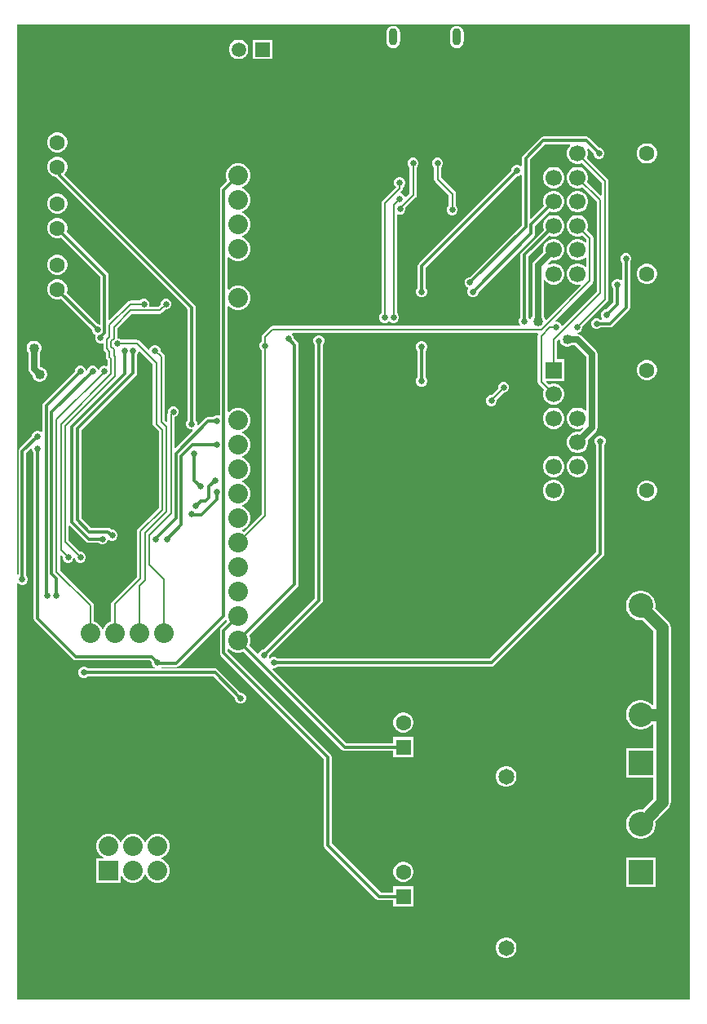
<source format=gbr>
G04*
G04 #@! TF.GenerationSoftware,Altium Limited,Altium Designer,23.2.1 (34)*
G04*
G04 Layer_Physical_Order=2*
G04 Layer_Color=16711680*
%FSLAX44Y44*%
%MOMM*%
G71*
G04*
G04 #@! TF.SameCoordinates,EBB66B4E-3AAD-41E4-A5C9-C65D96049EEA*
G04*
G04*
G04 #@! TF.FilePolarity,Positive*
G04*
G01*
G75*
%ADD41C,0.5842*%
%ADD52C,1.7000*%
%ADD56C,1.6000*%
%ADD63C,0.3048*%
%ADD64C,0.2032*%
%ADD65C,0.6350*%
%ADD66C,0.1524*%
%ADD68C,1.2700*%
%ADD69R,1.7000X1.7000*%
%ADD70C,2.0320*%
%ADD71R,2.0320X2.0320*%
%ADD72O,0.9000X1.8000*%
%ADD73C,1.6000*%
%ADD74R,1.6000X1.6000*%
%ADD75C,1.6500*%
%ADD76R,2.5400X2.5400*%
%ADD77C,2.5400*%
%ADD78R,1.5000X1.5000*%
%ADD79C,1.5000*%
%ADD80C,5.0800*%
%ADD81C,0.6350*%
%ADD82C,1.0160*%
G36*
X772661Y2039D02*
X73660D01*
Y433987D01*
X74930Y434513D01*
X76138Y433305D01*
X78238Y432435D01*
X80512D01*
X82612Y433305D01*
X84220Y434913D01*
X85090Y437013D01*
Y439287D01*
X84220Y441387D01*
X83519Y442089D01*
Y569149D01*
X88362Y573992D01*
X89535Y573506D01*
Y572903D01*
X90405Y570803D01*
X91106Y570101D01*
Y397510D01*
X91422Y395924D01*
X92320Y394580D01*
X131690Y355210D01*
X133034Y354312D01*
X134620Y353996D01*
X211644D01*
X213995Y351645D01*
Y350653D01*
X214865Y348553D01*
X216473Y346945D01*
X216848Y346790D01*
X216595Y345520D01*
X147703D01*
X146747Y346475D01*
X144647Y347345D01*
X142373D01*
X140273Y346475D01*
X138665Y344867D01*
X137795Y342767D01*
Y340493D01*
X138665Y338393D01*
X140273Y336785D01*
X142373Y335915D01*
X144647D01*
X146747Y336785D01*
X147195Y337232D01*
X277938D01*
X300355Y314815D01*
Y313823D01*
X301225Y311723D01*
X302833Y310115D01*
X304933Y309245D01*
X307207D01*
X309307Y310115D01*
X310915Y311723D01*
X311785Y313823D01*
Y316097D01*
X310915Y318197D01*
X309307Y319805D01*
X307207Y320675D01*
X306215D01*
X282584Y344306D01*
X281240Y345204D01*
X279654Y345520D01*
X224176D01*
X223617Y346790D01*
X223822Y347015D01*
X239398D01*
X240984Y347330D01*
X242328Y348228D01*
X290280Y396180D01*
X291507Y395852D01*
X291695Y395148D01*
X292088Y394468D01*
X285614Y387994D01*
X284716Y386650D01*
X284400Y385064D01*
Y361696D01*
X284716Y360110D01*
X285614Y358766D01*
X392096Y252284D01*
Y162560D01*
X392412Y160974D01*
X393310Y159630D01*
X446650Y106290D01*
X447994Y105392D01*
X449580Y105076D01*
X464440D01*
Y98680D01*
X485520D01*
Y119760D01*
X464440D01*
Y113364D01*
X451296D01*
X400384Y164276D01*
Y254000D01*
X400384Y254000D01*
X400068Y255586D01*
X399170Y256930D01*
X292688Y363412D01*
Y365736D01*
X293958Y366262D01*
X295732Y364487D01*
X298628Y362816D01*
X301858Y361950D01*
X305202D01*
X308432Y362816D01*
X309112Y363208D01*
X411090Y261230D01*
X412434Y260332D01*
X414020Y260016D01*
X464440D01*
Y253620D01*
X485520D01*
Y274700D01*
X464440D01*
Y268304D01*
X415736D01*
X339235Y344805D01*
X339761Y346075D01*
X341497D01*
X343597Y346945D01*
X344299Y347646D01*
X566420D01*
X568006Y347962D01*
X569350Y348860D01*
X682380Y461890D01*
X683278Y463234D01*
X683594Y464820D01*
Y577721D01*
X684295Y578423D01*
X685165Y580523D01*
Y582797D01*
X684295Y584897D01*
X682687Y586505D01*
X680587Y587375D01*
X678313D01*
X676213Y586505D01*
X674605Y584897D01*
X673735Y582797D01*
Y580523D01*
X674605Y578423D01*
X675306Y577721D01*
Y466536D01*
X564704Y355934D01*
X344299D01*
X343597Y356635D01*
X341497Y357505D01*
X339223D01*
X337123Y356635D01*
X336249Y355761D01*
X335173Y356481D01*
X335915Y358273D01*
Y359265D01*
X390280Y413630D01*
X391178Y414974D01*
X391494Y416560D01*
X391494Y416560D01*
Y681861D01*
X392195Y682563D01*
X393065Y684663D01*
Y686937D01*
X392195Y689037D01*
X390587Y690645D01*
X388487Y691515D01*
X386213D01*
X384113Y690645D01*
X382505Y689037D01*
X381635Y686937D01*
Y684663D01*
X382505Y682563D01*
X383206Y681861D01*
Y418276D01*
X330055Y365125D01*
X329063D01*
X326963Y364255D01*
X325355Y362647D01*
X324721Y361115D01*
X323312Y360728D01*
X314972Y369068D01*
X315364Y369748D01*
X316230Y372978D01*
Y376322D01*
X315364Y379552D01*
X314972Y380232D01*
X364880Y430140D01*
X365778Y431484D01*
X366094Y433070D01*
Y681579D01*
X365778Y683165D01*
X364880Y684509D01*
X361315Y688074D01*
Y689477D01*
X360445Y691577D01*
X359434Y692588D01*
X359960Y693858D01*
X614296D01*
X614975Y692588D01*
X614742Y692241D01*
X614466Y690853D01*
X614466Y690853D01*
Y643138D01*
X614466Y643138D01*
X614742Y641750D01*
X615528Y640574D01*
X620951Y635151D01*
X620622Y634581D01*
X619870Y631773D01*
Y628867D01*
X620622Y626059D01*
X622076Y623541D01*
X624131Y621486D01*
X626649Y620032D01*
X629457Y619280D01*
X632363D01*
X635171Y620032D01*
X637689Y621486D01*
X639744Y623541D01*
X641198Y626059D01*
X641950Y628867D01*
Y631773D01*
X641198Y634581D01*
X639744Y637099D01*
X637689Y639154D01*
X635171Y640608D01*
X632363Y641360D01*
X629457D01*
X626649Y640608D01*
X626079Y640279D01*
X623251Y643107D01*
X623737Y644280D01*
X641950D01*
Y666360D01*
X634536D01*
Y685288D01*
X636270Y687022D01*
X637540Y686496D01*
Y686067D01*
X638059Y684129D01*
X639062Y682391D01*
X640481Y680973D01*
X642219Y679969D01*
X644157Y679450D01*
X646163D01*
X648101Y679969D01*
X649839Y680973D01*
X650109Y681243D01*
X652906D01*
X665060Y669089D01*
Y613579D01*
X663790Y613053D01*
X662689Y614154D01*
X660171Y615608D01*
X657363Y616360D01*
X654457D01*
X651649Y615608D01*
X649131Y614154D01*
X647076Y612099D01*
X645622Y609581D01*
X644870Y606773D01*
Y603867D01*
X645622Y601059D01*
X647076Y598541D01*
X649131Y596486D01*
X651649Y595032D01*
X654457Y594280D01*
X657363D01*
X660171Y595032D01*
X661152Y595598D01*
X661932Y594582D01*
X658425Y591076D01*
X657363Y591360D01*
X654457D01*
X651649Y590608D01*
X649131Y589154D01*
X647076Y587099D01*
X645622Y584581D01*
X644870Y581773D01*
Y578867D01*
X645622Y576059D01*
X647076Y573541D01*
X649131Y571486D01*
X651649Y570032D01*
X654457Y569280D01*
X657363D01*
X660171Y570032D01*
X662689Y571486D01*
X664744Y573541D01*
X666198Y576059D01*
X666950Y578867D01*
Y581773D01*
X666665Y582835D01*
X675007Y591177D01*
X676270Y593067D01*
X676714Y595297D01*
Y671503D01*
X676270Y673733D01*
X675007Y675623D01*
X659440Y691190D01*
X657550Y692453D01*
X655883Y692785D01*
X656008Y694055D01*
X656457D01*
X658557Y694925D01*
X660165Y696533D01*
X661035Y698633D01*
Y700358D01*
X687094Y726416D01*
X687094Y726416D01*
X687880Y727592D01*
X688156Y728980D01*
X688156Y728980D01*
Y851490D01*
X687880Y852878D01*
X687094Y854054D01*
X687094Y854054D01*
X665869Y875279D01*
X666198Y875849D01*
X666950Y878657D01*
Y881563D01*
X666198Y884371D01*
X666109Y884525D01*
X667125Y885305D01*
X672465Y879965D01*
Y878973D01*
X673335Y876873D01*
X674943Y875265D01*
X677043Y874395D01*
X679317D01*
X681417Y875265D01*
X683025Y876873D01*
X683895Y878973D01*
Y881247D01*
X683025Y883347D01*
X681417Y884955D01*
X679317Y885825D01*
X678325D01*
X667784Y896366D01*
X666440Y897264D01*
X664854Y897580D01*
X620411D01*
X618825Y897264D01*
X617481Y896366D01*
X599050Y877935D01*
X598152Y876591D01*
X597836Y875005D01*
Y867325D01*
X596663Y866839D01*
X596327Y867175D01*
X594227Y868045D01*
X591953D01*
X589853Y867175D01*
X588245Y865567D01*
X587375Y863467D01*
Y862475D01*
X491100Y766200D01*
X490202Y764856D01*
X489886Y763270D01*
Y740539D01*
X489185Y739837D01*
X488315Y737737D01*
Y735463D01*
X489185Y733363D01*
X490793Y731755D01*
X492893Y730885D01*
X495167D01*
X497267Y731755D01*
X498875Y733363D01*
X499745Y735463D01*
Y737737D01*
X498875Y739837D01*
X498174Y740539D01*
Y761554D01*
X593235Y856615D01*
X594227D01*
X596327Y857485D01*
X596663Y857821D01*
X597836Y857335D01*
Y805626D01*
X544050Y751840D01*
X543058D01*
X540958Y750970D01*
X539350Y749362D01*
X538480Y747262D01*
Y744988D01*
X539350Y742888D01*
X540958Y741280D01*
X541816Y740925D01*
X542525Y739837D01*
X542357Y739431D01*
X541655Y737737D01*
Y735463D01*
X542525Y733363D01*
X544133Y731755D01*
X546233Y730885D01*
X548507D01*
X550607Y731755D01*
X552215Y733363D01*
X553085Y735463D01*
Y736455D01*
X610498Y793868D01*
X611396Y795212D01*
X611712Y796798D01*
Y805052D01*
X626543Y819883D01*
X626649Y819822D01*
X629457Y819070D01*
X632363D01*
X635171Y819822D01*
X637689Y821276D01*
X639744Y823331D01*
X641198Y825849D01*
X641950Y828657D01*
Y831563D01*
X641198Y834371D01*
X639744Y836889D01*
X637689Y838944D01*
X635171Y840398D01*
X632363Y841150D01*
X629457D01*
X626649Y840398D01*
X624131Y838944D01*
X622076Y836889D01*
X620622Y834371D01*
X619870Y831563D01*
Y828657D01*
X620622Y825849D01*
X620683Y825743D01*
X607297Y812357D01*
X606124Y812843D01*
Y873289D01*
X622127Y889292D01*
X647683D01*
X648209Y888022D01*
X647076Y886889D01*
X645622Y884371D01*
X644870Y881563D01*
Y878657D01*
X645622Y875849D01*
X647076Y873331D01*
X649131Y871276D01*
X651649Y869822D01*
X654457Y869070D01*
X657363D01*
X660171Y869822D01*
X660741Y870151D01*
X680904Y849988D01*
Y836902D01*
X679731Y836416D01*
X665869Y850279D01*
X666198Y850849D01*
X666950Y853657D01*
Y856563D01*
X666198Y859371D01*
X664744Y861889D01*
X662689Y863944D01*
X660171Y865398D01*
X657363Y866150D01*
X654457D01*
X651649Y865398D01*
X649131Y863944D01*
X647076Y861889D01*
X645622Y859371D01*
X644870Y856563D01*
Y853657D01*
X645622Y850849D01*
X647076Y848331D01*
X649131Y846276D01*
X651649Y844822D01*
X654457Y844070D01*
X657363D01*
X660171Y844822D01*
X660741Y845151D01*
X675824Y830068D01*
Y736832D01*
X640550Y701558D01*
X639052Y701856D01*
X638575Y703007D01*
X636967Y704615D01*
X634867Y705485D01*
X633182D01*
X632656Y706755D01*
X671292Y745391D01*
X671292Y745391D01*
X672078Y746567D01*
X672354Y747955D01*
X672354Y747955D01*
Y792292D01*
X672354Y792292D01*
X672078Y793680D01*
X671292Y794856D01*
X671292Y794856D01*
X665869Y800279D01*
X666198Y800849D01*
X666950Y803657D01*
Y806563D01*
X666198Y809371D01*
X664744Y811889D01*
X662689Y813944D01*
X660171Y815398D01*
X657363Y816150D01*
X654457D01*
X651649Y815398D01*
X649131Y813944D01*
X647076Y811889D01*
X645622Y809371D01*
X644870Y806563D01*
Y803657D01*
X645622Y800849D01*
X647076Y798331D01*
X649131Y796276D01*
X651649Y794822D01*
X654457Y794070D01*
X657363D01*
X660171Y794822D01*
X660741Y795151D01*
X665102Y790790D01*
Y788327D01*
X663832Y787801D01*
X662689Y788944D01*
X660171Y790398D01*
X657363Y791150D01*
X654457D01*
X651649Y790398D01*
X649131Y788944D01*
X647076Y786889D01*
X645622Y784371D01*
X644870Y781563D01*
Y778657D01*
X645622Y775849D01*
X647076Y773331D01*
X649131Y771276D01*
X651649Y769822D01*
X654457Y769070D01*
X657363D01*
X660171Y769822D01*
X662689Y771276D01*
X663832Y772419D01*
X665102Y771893D01*
Y763327D01*
X663832Y762801D01*
X662689Y763944D01*
X660171Y765398D01*
X657363Y766150D01*
X654457D01*
X651649Y765398D01*
X649131Y763944D01*
X647076Y761889D01*
X645622Y759371D01*
X644870Y756563D01*
Y753657D01*
X645622Y750849D01*
X647076Y748331D01*
X649131Y746276D01*
X651649Y744822D01*
X654457Y744070D01*
X657363D01*
X658123Y744274D01*
X658781Y743135D01*
X623436Y707790D01*
X622020Y708170D01*
X621781Y709061D01*
X620778Y710799D01*
X620507Y711069D01*
Y748509D01*
X621777Y748849D01*
X622076Y748331D01*
X624131Y746276D01*
X626649Y744822D01*
X629457Y744070D01*
X632363D01*
X635171Y744822D01*
X637689Y746276D01*
X639744Y748331D01*
X641198Y750849D01*
X641950Y753657D01*
Y756563D01*
X641198Y759371D01*
X639744Y761889D01*
X637689Y763944D01*
X635171Y765398D01*
X632363Y766150D01*
X629457D01*
X626649Y765398D01*
X625668Y764831D01*
X624888Y765848D01*
X628395Y769354D01*
X629457Y769070D01*
X632363D01*
X635171Y769822D01*
X637689Y771276D01*
X639744Y773331D01*
X641198Y775849D01*
X641950Y778657D01*
Y781563D01*
X641198Y784371D01*
X639744Y786889D01*
X637689Y788944D01*
X635171Y790398D01*
X632363Y791150D01*
X629457D01*
X626649Y790398D01*
X624131Y788944D01*
X622076Y786889D01*
X620622Y784371D01*
X619870Y781563D01*
Y778657D01*
X620154Y777595D01*
X610560Y768000D01*
X609297Y766110D01*
X608853Y763880D01*
Y711069D01*
X608582Y710799D01*
X607579Y709061D01*
X607372Y708289D01*
X606034Y708201D01*
X605555Y709357D01*
X604854Y710059D01*
Y773194D01*
X626543Y794883D01*
X626649Y794822D01*
X629457Y794070D01*
X632363D01*
X635171Y794822D01*
X637689Y796276D01*
X639744Y798331D01*
X641198Y800849D01*
X641950Y803657D01*
Y806563D01*
X641198Y809371D01*
X639744Y811889D01*
X637689Y813944D01*
X635171Y815398D01*
X632363Y816150D01*
X629457D01*
X626649Y815398D01*
X624131Y813944D01*
X622076Y811889D01*
X620622Y809371D01*
X619870Y806563D01*
Y803657D01*
X620622Y800849D01*
X620683Y800743D01*
X597780Y777840D01*
X596882Y776496D01*
X596566Y774910D01*
Y710059D01*
X595865Y709357D01*
X594995Y707257D01*
Y704983D01*
X595865Y702883D01*
X596368Y702380D01*
X595842Y701110D01*
X339344D01*
X339344Y701110D01*
X337957Y700834D01*
X336780Y700048D01*
X336780Y700048D01*
X328906Y692174D01*
X328120Y690997D01*
X327844Y689610D01*
X327844Y689610D01*
Y685177D01*
X326625Y683957D01*
X325755Y681857D01*
Y679583D01*
X326625Y677483D01*
X327844Y676263D01*
Y505692D01*
X309576Y487424D01*
X308432Y488084D01*
X307572Y488315D01*
Y489585D01*
X308432Y489815D01*
X311328Y491488D01*
X313692Y493852D01*
X315364Y496748D01*
X316230Y499978D01*
Y503322D01*
X315364Y506552D01*
X313692Y509448D01*
X311328Y511813D01*
X308432Y513484D01*
X307572Y513715D01*
Y514985D01*
X308432Y515215D01*
X311328Y516888D01*
X313692Y519252D01*
X315364Y522148D01*
X316230Y525378D01*
Y528722D01*
X315364Y531952D01*
X313692Y534848D01*
X311328Y537212D01*
X308432Y538885D01*
X307572Y539115D01*
Y540385D01*
X308432Y540616D01*
X311328Y542287D01*
X313692Y544652D01*
X315364Y547548D01*
X316230Y550778D01*
Y554122D01*
X315364Y557352D01*
X313692Y560248D01*
X311328Y562612D01*
X308432Y564285D01*
X307572Y564515D01*
Y565785D01*
X308432Y566016D01*
X311328Y567687D01*
X313692Y570052D01*
X315364Y572948D01*
X316230Y576178D01*
Y579522D01*
X315364Y582752D01*
X313692Y585648D01*
X311328Y588013D01*
X308432Y589684D01*
X307572Y589915D01*
Y591185D01*
X308432Y591415D01*
X311328Y593088D01*
X313692Y595452D01*
X315364Y598348D01*
X316230Y601578D01*
Y604922D01*
X315364Y608152D01*
X313692Y611048D01*
X311328Y613413D01*
X308432Y615084D01*
X305202Y615950D01*
X301858D01*
X298628Y615084D01*
X295732Y613413D01*
X293958Y611638D01*
X292688Y612164D01*
Y721336D01*
X293958Y721862D01*
X295732Y720088D01*
X298628Y718416D01*
X301858Y717550D01*
X305202D01*
X308432Y718416D01*
X311328Y720088D01*
X313692Y722452D01*
X315364Y725348D01*
X316230Y728578D01*
Y731922D01*
X315364Y735152D01*
X313692Y738048D01*
X311328Y740413D01*
X308432Y742085D01*
X305202Y742950D01*
X301858D01*
X298628Y742085D01*
X295732Y740413D01*
X293958Y738638D01*
X292688Y739164D01*
Y772136D01*
X293958Y772662D01*
X295732Y770888D01*
X298628Y769215D01*
X301858Y768350D01*
X305202D01*
X308432Y769215D01*
X311328Y770888D01*
X313692Y773252D01*
X315364Y776148D01*
X316230Y779378D01*
Y782722D01*
X315364Y785952D01*
X313692Y788848D01*
X311328Y791212D01*
X308432Y792885D01*
X307572Y793115D01*
Y794385D01*
X308432Y794615D01*
X311328Y796288D01*
X313692Y798652D01*
X315364Y801548D01*
X316230Y804778D01*
Y808122D01*
X315364Y811352D01*
X313692Y814248D01*
X311328Y816612D01*
X308432Y818285D01*
X307572Y818515D01*
Y819785D01*
X308432Y820015D01*
X311328Y821687D01*
X313692Y824052D01*
X315364Y826948D01*
X316230Y830178D01*
Y833522D01*
X315364Y836752D01*
X313692Y839648D01*
X311328Y842012D01*
X308432Y843684D01*
X307572Y843915D01*
Y845185D01*
X308432Y845415D01*
X311328Y847087D01*
X313692Y849452D01*
X315364Y852348D01*
X316230Y855578D01*
Y858922D01*
X315364Y862152D01*
X313692Y865048D01*
X311328Y867412D01*
X308432Y869084D01*
X305202Y869950D01*
X301858D01*
X298628Y869084D01*
X295732Y867412D01*
X293368Y865048D01*
X291695Y862152D01*
X290830Y858922D01*
Y855578D01*
X291695Y852348D01*
X292088Y851668D01*
X285614Y845194D01*
X284716Y843850D01*
X284400Y842264D01*
Y608732D01*
X283344Y608027D01*
X282442Y608401D01*
X280168D01*
X278068Y607531D01*
X276915Y606378D01*
X272034D01*
X270448Y606062D01*
X269104Y605164D01*
X262255Y598315D01*
X260985Y598841D01*
Y600577D01*
X260115Y602677D01*
X259414Y603379D01*
Y720090D01*
X259098Y721676D01*
X258200Y723020D01*
X122778Y858442D01*
X124004Y859668D01*
X125392Y862072D01*
X126110Y864752D01*
Y867528D01*
X125392Y870208D01*
X124004Y872612D01*
X122042Y874574D01*
X119638Y875962D01*
X116958Y876680D01*
X114182D01*
X111502Y875962D01*
X109098Y874574D01*
X107136Y872612D01*
X105748Y870208D01*
X105030Y867528D01*
Y864752D01*
X105748Y862072D01*
X107136Y859668D01*
X109098Y857706D01*
X111502Y856318D01*
X114182Y855600D01*
X114304D01*
X115118Y854382D01*
X251126Y718374D01*
Y603379D01*
X250425Y602677D01*
X249555Y600577D01*
Y598303D01*
X250425Y596203D01*
X252033Y594595D01*
X254133Y593725D01*
X255869D01*
X256395Y592455D01*
X238479Y574539D01*
X237306Y575025D01*
Y606425D01*
X237357D01*
X239457Y607295D01*
X241065Y608903D01*
X241935Y611003D01*
Y613277D01*
X241065Y615377D01*
X239457Y616985D01*
X237357Y617855D01*
X235083D01*
X232983Y616985D01*
X231375Y615377D01*
X230505Y613277D01*
Y611075D01*
X230330Y610813D01*
X230054Y609426D01*
X230054Y609426D01*
Y602233D01*
X228881Y601746D01*
X227146Y603482D01*
Y669290D01*
X226870Y670677D01*
X226084Y671854D01*
X226084Y671854D01*
X222885Y675052D01*
Y676777D01*
X222015Y678877D01*
X220407Y680485D01*
X218307Y681355D01*
X216033D01*
X213933Y680485D01*
X212325Y678877D01*
X211455Y676777D01*
Y676712D01*
X210282Y676226D01*
X200684Y685824D01*
X199508Y686610D01*
X198120Y686886D01*
X198120Y686886D01*
X182257D01*
X181672Y687470D01*
X179572Y688340D01*
X177997D01*
Y698533D01*
X193007Y713543D01*
X221869D01*
X221869Y713543D01*
X223256Y713819D01*
X224433Y714605D01*
X228013Y718185D01*
X229737D01*
X231837Y719055D01*
X233445Y720663D01*
X234315Y722763D01*
Y725037D01*
X233445Y727137D01*
X231837Y728745D01*
X229737Y729615D01*
X227463D01*
X225363Y728745D01*
X223755Y727137D01*
X222885Y725037D01*
Y723313D01*
X220367Y720795D01*
X211783D01*
X211077Y721851D01*
X211455Y722763D01*
Y725037D01*
X210585Y727137D01*
X208977Y728745D01*
X206877Y729615D01*
X204603D01*
X202503Y728745D01*
X201283Y727526D01*
X191770D01*
X191770Y727526D01*
X190382Y727250D01*
X189206Y726464D01*
X189206Y726464D01*
X170036Y707293D01*
X168863Y707779D01*
Y753491D01*
X168547Y755077D01*
X167649Y756421D01*
X125414Y798656D01*
X126110Y801252D01*
Y804028D01*
X125392Y806708D01*
X124004Y809112D01*
X122042Y811074D01*
X119638Y812462D01*
X116958Y813180D01*
X114182D01*
X111502Y812462D01*
X109098Y811074D01*
X107136Y809112D01*
X105748Y806708D01*
X105030Y804028D01*
Y801252D01*
X105748Y798572D01*
X107136Y796168D01*
X109098Y794206D01*
X111502Y792818D01*
X114182Y792100D01*
X116958D01*
X119554Y792796D01*
X160575Y751775D01*
Y703277D01*
X159519Y702571D01*
X158617Y702945D01*
X157625D01*
X125414Y735156D01*
X126110Y737752D01*
Y740528D01*
X125392Y743208D01*
X124004Y745612D01*
X122042Y747574D01*
X119638Y748962D01*
X116958Y749680D01*
X114182D01*
X111502Y748962D01*
X109098Y747574D01*
X107136Y745612D01*
X105748Y743208D01*
X105030Y740528D01*
Y737752D01*
X105748Y735072D01*
X107136Y732668D01*
X109098Y730706D01*
X111502Y729318D01*
X114182Y728600D01*
X116958D01*
X119554Y729296D01*
X151765Y697085D01*
Y696093D01*
X152635Y693993D01*
X154243Y692385D01*
X155614Y691817D01*
X154878Y690040D01*
Y687766D01*
X155748Y685666D01*
X157356Y684058D01*
X159456Y683188D01*
X161730D01*
X162450Y683486D01*
X163506Y682781D01*
Y677417D01*
X163506Y677416D01*
X163782Y676029D01*
X164568Y674853D01*
X166173Y673248D01*
Y668647D01*
X166173Y668646D01*
X166449Y667259D01*
X167235Y666083D01*
X167570Y665748D01*
Y660093D01*
X166514Y659387D01*
X165602Y659765D01*
X163328D01*
X161228Y658895D01*
X159620Y657287D01*
X159120Y656080D01*
X157745D01*
X157245Y657287D01*
X155637Y658895D01*
X153537Y659765D01*
X151263D01*
X149163Y658895D01*
X147555Y657287D01*
X146772Y655397D01*
X146648Y655276D01*
X146368Y655256D01*
X146027Y655314D01*
X145137Y655858D01*
X144545Y657287D01*
X142937Y658895D01*
X140837Y659765D01*
X138563D01*
X136463Y658895D01*
X134855Y657287D01*
X133985Y655187D01*
Y654195D01*
X101210Y621420D01*
X100312Y620076D01*
X99996Y618490D01*
Y591735D01*
X98823Y591249D01*
X98487Y591585D01*
X96387Y592455D01*
X94113D01*
X92013Y591585D01*
X90405Y589977D01*
X89535Y587877D01*
Y586885D01*
X76445Y573795D01*
X75547Y572451D01*
X75231Y570865D01*
Y443037D01*
X74930Y442836D01*
X73660Y443515D01*
Y1013961D01*
X464204D01*
X464288Y1012691D01*
X463680Y1012611D01*
X462752Y1012489D01*
X461040Y1011779D01*
X459569Y1010651D01*
X458441Y1009180D01*
X457731Y1007468D01*
X457489Y1005630D01*
Y996630D01*
X457731Y994792D01*
X458441Y993080D01*
X459569Y991609D01*
X461040Y990481D01*
X462752Y989771D01*
X464590Y989529D01*
X466428Y989771D01*
X468140Y990481D01*
X469611Y991609D01*
X470739Y993080D01*
X471449Y994792D01*
X471691Y996630D01*
Y1005630D01*
X471449Y1007468D01*
X470739Y1009180D01*
X469611Y1010651D01*
X468140Y1011779D01*
X466428Y1012489D01*
X465500Y1012611D01*
X464892Y1012691D01*
X464976Y1013961D01*
X530204D01*
X530288Y1012691D01*
X529680Y1012611D01*
X528752Y1012489D01*
X527040Y1011779D01*
X525569Y1010651D01*
X524441Y1009180D01*
X523731Y1007468D01*
X523489Y1005630D01*
Y996630D01*
X523731Y994792D01*
X524441Y993080D01*
X525569Y991609D01*
X527040Y990481D01*
X528752Y989771D01*
X530590Y989529D01*
X532428Y989771D01*
X534140Y990481D01*
X535611Y991609D01*
X536739Y993080D01*
X537449Y994792D01*
X537691Y996630D01*
Y1005630D01*
X537449Y1007468D01*
X536739Y1009180D01*
X535611Y1010651D01*
X534140Y1011779D01*
X532428Y1012489D01*
X531500Y1012611D01*
X530892Y1012691D01*
X530976Y1013961D01*
X772661D01*
Y2039D01*
D02*
G37*
G36*
X214814Y661438D02*
Y599440D01*
X214814Y599440D01*
X215090Y598052D01*
X215876Y596876D01*
X220910Y591842D01*
Y512019D01*
X199366Y490475D01*
X198580Y489299D01*
X198304Y487911D01*
X198304Y487911D01*
Y440922D01*
X172696Y415314D01*
X171910Y414137D01*
X171634Y412750D01*
X171634Y412750D01*
Y394446D01*
X170358Y394104D01*
X167462Y392433D01*
X165098Y390068D01*
X163426Y387172D01*
X163195Y386312D01*
X161925D01*
X161695Y387172D01*
X160023Y390068D01*
X157658Y392433D01*
X154762Y394104D01*
X153486Y394446D01*
Y411027D01*
X153486Y411027D01*
X153210Y412415D01*
X152424Y413591D01*
X152424Y413591D01*
X118434Y447581D01*
Y463072D01*
X119607Y463558D01*
X121285Y461880D01*
Y459873D01*
X122155Y457773D01*
X123763Y456165D01*
X125863Y455295D01*
X128137D01*
X130237Y456165D01*
X131845Y457773D01*
X132683Y459797D01*
X132746Y459887D01*
X133985Y460454D01*
Y459873D01*
X134855Y457773D01*
X136463Y456165D01*
X138563Y455295D01*
X140837D01*
X142937Y456165D01*
X144545Y457773D01*
X145415Y459873D01*
Y462147D01*
X144545Y464247D01*
X142937Y465855D01*
X140837Y466725D01*
X139113D01*
X127578Y478260D01*
Y493134D01*
X128848Y493660D01*
X145378Y477130D01*
X146722Y476232D01*
X148308Y475916D01*
X158621D01*
X159323Y475215D01*
X161423Y474345D01*
X163697D01*
X165797Y475215D01*
X167405Y476823D01*
X168132Y478579D01*
X169448Y479059D01*
X169483Y479025D01*
X171583Y478155D01*
X173857D01*
X175957Y479025D01*
X177565Y480633D01*
X178435Y482733D01*
Y485007D01*
X177565Y487107D01*
X175957Y488715D01*
X173857Y489585D01*
X171971D01*
X170947Y490610D01*
X169602Y491508D01*
X168016Y491824D01*
X150307D01*
X140542Y501589D01*
Y592811D01*
X197240Y649510D01*
X198138Y650854D01*
X198454Y652439D01*
Y671701D01*
X199155Y672403D01*
X200025Y674503D01*
Y674568D01*
X201198Y675054D01*
X214814Y661438D01*
D02*
G37*
%LPC*%
G36*
X338970Y998100D02*
X318890D01*
Y978020D01*
X338970D01*
Y998100D01*
D02*
G37*
G36*
X305252D02*
X302608D01*
X300055Y997416D01*
X297765Y996094D01*
X295896Y994225D01*
X294574Y991935D01*
X293890Y989382D01*
Y986738D01*
X294574Y984185D01*
X295896Y981895D01*
X297765Y980026D01*
X300055Y978704D01*
X302608Y978020D01*
X305252D01*
X307805Y978704D01*
X310095Y980026D01*
X311964Y981895D01*
X313286Y984185D01*
X313970Y986738D01*
Y989382D01*
X313286Y991935D01*
X311964Y994225D01*
X310095Y996094D01*
X307805Y997416D01*
X305252Y998100D01*
D02*
G37*
G36*
X116958Y902080D02*
X114182D01*
X111502Y901362D01*
X109098Y899974D01*
X107136Y898012D01*
X105748Y895608D01*
X105030Y892928D01*
Y890152D01*
X105748Y887472D01*
X107136Y885068D01*
X109098Y883106D01*
X111502Y881718D01*
X114182Y881000D01*
X116958D01*
X119638Y881718D01*
X122042Y883106D01*
X124004Y885068D01*
X125392Y887472D01*
X126110Y890152D01*
Y892928D01*
X125392Y895608D01*
X124004Y898012D01*
X122042Y899974D01*
X119638Y901362D01*
X116958Y902080D01*
D02*
G37*
G36*
X729098Y890650D02*
X726322D01*
X723642Y889932D01*
X721238Y888544D01*
X719276Y886582D01*
X717888Y884178D01*
X717170Y881498D01*
Y878722D01*
X717888Y876042D01*
X719276Y873638D01*
X721238Y871676D01*
X723642Y870288D01*
X726322Y869570D01*
X729098D01*
X731778Y870288D01*
X734182Y871676D01*
X736144Y873638D01*
X737532Y876042D01*
X738250Y878722D01*
Y881498D01*
X737532Y884178D01*
X736144Y886582D01*
X734182Y888544D01*
X731778Y889932D01*
X729098Y890650D01*
D02*
G37*
G36*
X632363Y866150D02*
X629457D01*
X626649Y865398D01*
X624131Y863944D01*
X622076Y861889D01*
X620622Y859371D01*
X619870Y856563D01*
Y853657D01*
X620622Y850849D01*
X622076Y848331D01*
X624131Y846276D01*
X626649Y844822D01*
X629457Y844070D01*
X632363D01*
X635171Y844822D01*
X637689Y846276D01*
X639744Y848331D01*
X641198Y850849D01*
X641950Y853657D01*
Y856563D01*
X641198Y859371D01*
X639744Y861889D01*
X637689Y863944D01*
X635171Y865398D01*
X632363Y866150D01*
D02*
G37*
G36*
X486277Y875665D02*
X484003D01*
X481903Y874795D01*
X480295Y873187D01*
X479425Y871087D01*
Y868813D01*
X480295Y866713D01*
X481514Y865493D01*
Y838432D01*
X477990Y834908D01*
X476492Y835206D01*
X476015Y836357D01*
X474407Y837965D01*
X472543Y838737D01*
X472018Y840008D01*
X473551Y841541D01*
X474280Y842633D01*
X474537Y843922D01*
Y844914D01*
X476015Y846393D01*
X476885Y848493D01*
Y850767D01*
X476015Y852867D01*
X474407Y854475D01*
X472307Y855345D01*
X470033D01*
X467933Y854475D01*
X466325Y852867D01*
X465455Y850767D01*
Y848493D01*
X466325Y846393D01*
X467602Y845115D01*
X453549Y831062D01*
X452820Y829970D01*
X452563Y828682D01*
Y714645D01*
X451085Y713167D01*
X450215Y711067D01*
Y708793D01*
X451085Y706693D01*
X452693Y705085D01*
X454793Y704215D01*
X457067D01*
X459167Y705085D01*
X460375Y706293D01*
X461583Y705085D01*
X463683Y704215D01*
X465957D01*
X468057Y705085D01*
X469665Y706693D01*
X470535Y708793D01*
Y711067D01*
X469665Y713167D01*
X468187Y714645D01*
Y816372D01*
X469457Y817221D01*
X470482Y816796D01*
X472756D01*
X474856Y817666D01*
X476464Y819274D01*
X477334Y821374D01*
Y823648D01*
X477232Y823894D01*
X487704Y834366D01*
X487704Y834366D01*
X488490Y835543D01*
X488766Y836930D01*
Y865493D01*
X489985Y866713D01*
X490855Y868813D01*
Y871087D01*
X489985Y873187D01*
X488377Y874795D01*
X486277Y875665D01*
D02*
G37*
G36*
X657363Y841150D02*
X654457D01*
X651649Y840398D01*
X649131Y838944D01*
X647076Y836889D01*
X645622Y834371D01*
X644870Y831563D01*
Y828657D01*
X645622Y825849D01*
X647076Y823331D01*
X649131Y821276D01*
X651649Y819822D01*
X654457Y819070D01*
X657363D01*
X660171Y819822D01*
X662689Y821276D01*
X664744Y823331D01*
X666198Y825849D01*
X666950Y828657D01*
Y831563D01*
X666198Y834371D01*
X664744Y836889D01*
X662689Y838944D01*
X660171Y840398D01*
X657363Y841150D01*
D02*
G37*
G36*
X116958Y838580D02*
X114182D01*
X111502Y837862D01*
X109098Y836474D01*
X107136Y834512D01*
X105748Y832108D01*
X105030Y829428D01*
Y826652D01*
X105748Y823972D01*
X107136Y821568D01*
X109098Y819606D01*
X111502Y818218D01*
X114182Y817500D01*
X116958D01*
X119638Y818218D01*
X122042Y819606D01*
X124004Y821568D01*
X125392Y823972D01*
X126110Y826652D01*
Y829428D01*
X125392Y832108D01*
X124004Y834512D01*
X122042Y836474D01*
X119638Y837862D01*
X116958Y838580D01*
D02*
G37*
G36*
X511677Y875665D02*
X509403D01*
X507303Y874795D01*
X505695Y873187D01*
X504825Y871087D01*
Y868813D01*
X505695Y866713D01*
X506914Y865493D01*
Y853440D01*
X506914Y853440D01*
X507190Y852053D01*
X507976Y850876D01*
X522154Y836698D01*
Y826147D01*
X520935Y824927D01*
X520065Y822827D01*
Y820553D01*
X520935Y818453D01*
X522543Y816845D01*
X524643Y815975D01*
X526917D01*
X529017Y816845D01*
X530625Y818453D01*
X531495Y820553D01*
Y822827D01*
X530625Y824927D01*
X529406Y826147D01*
Y838200D01*
X529406Y838200D01*
X529130Y839587D01*
X528344Y840764D01*
X528344Y840764D01*
X514166Y854942D01*
Y865493D01*
X515385Y866713D01*
X516255Y868813D01*
Y871087D01*
X515385Y873187D01*
X513777Y874795D01*
X511677Y875665D01*
D02*
G37*
G36*
X116958Y775080D02*
X114182D01*
X111502Y774362D01*
X109098Y772974D01*
X107136Y771012D01*
X105748Y768608D01*
X105030Y765928D01*
Y763152D01*
X105748Y760472D01*
X107136Y758068D01*
X109098Y756106D01*
X111502Y754718D01*
X114182Y754000D01*
X116958D01*
X119638Y754718D01*
X122042Y756106D01*
X124004Y758068D01*
X125392Y760472D01*
X126110Y763152D01*
Y765928D01*
X125392Y768608D01*
X124004Y771012D01*
X122042Y772974D01*
X119638Y774362D01*
X116958Y775080D01*
D02*
G37*
G36*
X707257Y776605D02*
X704983D01*
X702883Y775735D01*
X701275Y774127D01*
X700405Y772027D01*
Y769753D01*
X701275Y767653D01*
X701976Y766951D01*
Y749215D01*
X700803Y748729D01*
X700467Y749065D01*
X698367Y749935D01*
X696093D01*
X693993Y749065D01*
X692385Y747457D01*
X691515Y745357D01*
Y743083D01*
X692385Y740983D01*
X693086Y740281D01*
Y725616D01*
X685655Y718185D01*
X684663D01*
X682563Y717315D01*
X680955Y715707D01*
X680085Y713607D01*
Y711333D01*
X680955Y709233D01*
X681291Y708897D01*
X680805Y707724D01*
X679579D01*
X678877Y708425D01*
X676777Y709295D01*
X674503D01*
X672403Y708425D01*
X670795Y706817D01*
X669925Y704717D01*
Y702443D01*
X670795Y700343D01*
X672403Y698735D01*
X674503Y697865D01*
X676777D01*
X678877Y698735D01*
X679579Y699436D01*
X689610D01*
X691196Y699752D01*
X692540Y700650D01*
X709050Y717160D01*
X709948Y718504D01*
X710264Y720090D01*
Y766951D01*
X710965Y767653D01*
X711835Y769753D01*
Y772027D01*
X710965Y774127D01*
X709357Y775735D01*
X707257Y776605D01*
D02*
G37*
G36*
X729098Y765650D02*
X726322D01*
X723642Y764932D01*
X721238Y763544D01*
X719276Y761582D01*
X717888Y759178D01*
X717170Y756498D01*
Y753723D01*
X717888Y751042D01*
X719276Y748639D01*
X721238Y746676D01*
X723642Y745289D01*
X726322Y744570D01*
X729098D01*
X731778Y745289D01*
X734182Y746676D01*
X736144Y748639D01*
X737532Y751042D01*
X738250Y753723D01*
Y756498D01*
X737532Y759178D01*
X736144Y761582D01*
X734182Y763544D01*
X731778Y764932D01*
X729098Y765650D01*
D02*
G37*
G36*
Y665860D02*
X726322D01*
X723642Y665142D01*
X721238Y663754D01*
X719276Y661792D01*
X717888Y659388D01*
X717170Y656708D01*
Y653932D01*
X717888Y651252D01*
X719276Y648848D01*
X721238Y646886D01*
X723642Y645498D01*
X726322Y644780D01*
X729098D01*
X731778Y645498D01*
X734182Y646886D01*
X736144Y648848D01*
X737532Y651252D01*
X738250Y653932D01*
Y656708D01*
X737532Y659388D01*
X736144Y661792D01*
X734182Y663754D01*
X731778Y665142D01*
X729098Y665860D01*
D02*
G37*
G36*
X92443Y685800D02*
X90437D01*
X88499Y685281D01*
X86761Y684277D01*
X85343Y682859D01*
X84339Y681121D01*
X83820Y679183D01*
Y677177D01*
X84339Y675239D01*
X85343Y673501D01*
X85613Y673231D01*
Y656740D01*
X86057Y654510D01*
X87320Y652619D01*
X89740Y650199D01*
Y649816D01*
X90259Y647878D01*
X91263Y646141D01*
X92681Y644722D01*
X94419Y643719D01*
X96357Y643199D01*
X98363D01*
X100301Y643719D01*
X102039Y644722D01*
X103457Y646141D01*
X104461Y647878D01*
X104980Y649816D01*
Y651823D01*
X104461Y653761D01*
X103457Y655498D01*
X102039Y656917D01*
X100301Y657920D01*
X98363Y658439D01*
X97981D01*
X97267Y659153D01*
Y673231D01*
X97537Y673501D01*
X98541Y675239D01*
X99060Y677177D01*
Y679183D01*
X98541Y681121D01*
X97537Y682859D01*
X96119Y684277D01*
X94381Y685281D01*
X92443Y685800D01*
D02*
G37*
G36*
X495167Y685165D02*
X492893D01*
X490793Y684295D01*
X489185Y682687D01*
X488315Y680587D01*
Y678313D01*
X489185Y676213D01*
X489886Y675511D01*
Y647829D01*
X489185Y647127D01*
X488315Y645027D01*
Y642753D01*
X489185Y640653D01*
X490793Y639045D01*
X492893Y638175D01*
X495167D01*
X497267Y639045D01*
X498875Y640653D01*
X499745Y642753D01*
Y645027D01*
X498875Y647127D01*
X498174Y647829D01*
Y675511D01*
X498875Y676213D01*
X499745Y678313D01*
Y680587D01*
X498875Y682687D01*
X497267Y684295D01*
X495167Y685165D01*
D02*
G37*
G36*
X580257Y643255D02*
X577983D01*
X575883Y642385D01*
X574275Y640777D01*
X573405Y638677D01*
Y636403D01*
X573430Y636343D01*
X566372Y629285D01*
X565283D01*
X563183Y628415D01*
X561575Y626807D01*
X560705Y624707D01*
Y622433D01*
X561575Y620333D01*
X563183Y618725D01*
X565283Y617855D01*
X567557D01*
X569657Y618725D01*
X571265Y620333D01*
X572135Y622433D01*
Y624707D01*
X572110Y624767D01*
X579168Y631825D01*
X580257D01*
X582357Y632695D01*
X583965Y634303D01*
X584835Y636403D01*
Y638677D01*
X583965Y640777D01*
X582357Y642385D01*
X580257Y643255D01*
D02*
G37*
G36*
X632363Y616360D02*
X629457D01*
X626649Y615608D01*
X624131Y614154D01*
X622076Y612099D01*
X620622Y609581D01*
X619870Y606773D01*
Y603867D01*
X620622Y601059D01*
X622076Y598541D01*
X624131Y596486D01*
X626649Y595032D01*
X629457Y594280D01*
X632363D01*
X635171Y595032D01*
X637689Y596486D01*
X639744Y598541D01*
X641198Y601059D01*
X641950Y603867D01*
Y606773D01*
X641198Y609581D01*
X639744Y612099D01*
X637689Y614154D01*
X635171Y615608D01*
X632363Y616360D01*
D02*
G37*
G36*
X657363Y566360D02*
X654457D01*
X651649Y565608D01*
X649131Y564154D01*
X647076Y562099D01*
X645622Y559581D01*
X644870Y556773D01*
Y553867D01*
X645622Y551059D01*
X647076Y548541D01*
X649131Y546486D01*
X651649Y545032D01*
X654457Y544280D01*
X657363D01*
X660171Y545032D01*
X662689Y546486D01*
X664744Y548541D01*
X666198Y551059D01*
X666950Y553867D01*
Y556773D01*
X666198Y559581D01*
X664744Y562099D01*
X662689Y564154D01*
X660171Y565608D01*
X657363Y566360D01*
D02*
G37*
G36*
X632363D02*
X629457D01*
X626649Y565608D01*
X624131Y564154D01*
X622076Y562099D01*
X620622Y559581D01*
X619870Y556773D01*
Y553867D01*
X620622Y551059D01*
X622076Y548541D01*
X624131Y546486D01*
X626649Y545032D01*
X629457Y544280D01*
X632363D01*
X635171Y545032D01*
X637689Y546486D01*
X639744Y548541D01*
X641198Y551059D01*
X641950Y553867D01*
Y556773D01*
X641198Y559581D01*
X639744Y562099D01*
X637689Y564154D01*
X635171Y565608D01*
X632363Y566360D01*
D02*
G37*
G36*
X729098Y540860D02*
X726322D01*
X723642Y540142D01*
X721238Y538754D01*
X719276Y536792D01*
X717888Y534389D01*
X717170Y531708D01*
Y528933D01*
X717888Y526252D01*
X719276Y523848D01*
X721238Y521886D01*
X723642Y520499D01*
X726322Y519780D01*
X729098D01*
X731778Y520499D01*
X734182Y521886D01*
X736144Y523848D01*
X737532Y526252D01*
X738250Y528933D01*
Y531708D01*
X737532Y534389D01*
X736144Y536792D01*
X734182Y538754D01*
X731778Y540142D01*
X729098Y540860D01*
D02*
G37*
G36*
X632363Y541360D02*
X629457D01*
X626649Y540608D01*
X624131Y539154D01*
X622076Y537099D01*
X620622Y534581D01*
X619870Y531773D01*
Y528867D01*
X620622Y526059D01*
X622076Y523541D01*
X624131Y521486D01*
X626649Y520032D01*
X629457Y519280D01*
X632363D01*
X635171Y520032D01*
X637689Y521486D01*
X639744Y523541D01*
X641198Y526059D01*
X641950Y528867D01*
Y531773D01*
X641198Y534581D01*
X639744Y537099D01*
X637689Y539154D01*
X635171Y540608D01*
X632363Y541360D01*
D02*
G37*
G36*
X722861Y425958D02*
X719859D01*
X716915Y425372D01*
X714141Y424224D01*
X711645Y422556D01*
X709522Y420433D01*
X707855Y417937D01*
X706706Y415163D01*
X706120Y412219D01*
Y409217D01*
X706706Y406273D01*
X707855Y403499D01*
X709522Y401003D01*
X711645Y398880D01*
X714141Y397212D01*
X716915Y396064D01*
X719859Y395478D01*
X722861D01*
X723579Y395621D01*
X734745Y384455D01*
Y307373D01*
X733475Y306987D01*
X733198Y307403D01*
X731075Y309526D01*
X728579Y311194D01*
X725805Y312342D01*
X722861Y312928D01*
X719859D01*
X716915Y312342D01*
X714141Y311194D01*
X711645Y309526D01*
X709522Y307403D01*
X707855Y304907D01*
X706706Y302133D01*
X706120Y299189D01*
Y296187D01*
X706706Y293243D01*
X707855Y290469D01*
X709522Y287973D01*
X711645Y285850D01*
X714141Y284182D01*
X716915Y283034D01*
X719859Y282448D01*
X722861D01*
X725805Y283034D01*
X728579Y284182D01*
X731075Y285850D01*
X733198Y287973D01*
X733528Y288467D01*
X734745D01*
Y262890D01*
X706120D01*
Y232410D01*
X734745D01*
Y210413D01*
X723579Y199247D01*
X722861Y199390D01*
X719859D01*
X716915Y198804D01*
X714141Y197656D01*
X711645Y195988D01*
X709522Y193865D01*
X707855Y191369D01*
X706706Y188595D01*
X706120Y185651D01*
Y182649D01*
X706706Y179705D01*
X707855Y176931D01*
X709522Y174435D01*
X711645Y172312D01*
X714141Y170644D01*
X716915Y169496D01*
X719859Y168910D01*
X722861D01*
X725805Y169496D01*
X728579Y170644D01*
X731075Y172312D01*
X733198Y174435D01*
X734865Y176931D01*
X736014Y179705D01*
X736600Y182649D01*
Y185651D01*
X736392Y186698D01*
X750052Y200359D01*
X751477Y202216D01*
X752373Y204379D01*
X752679Y206699D01*
Y297434D01*
Y388169D01*
X752373Y390490D01*
X751477Y392652D01*
X750052Y394509D01*
X736392Y408170D01*
X736600Y409217D01*
Y412219D01*
X736014Y415163D01*
X734865Y417937D01*
X733198Y420433D01*
X731075Y422556D01*
X728579Y424224D01*
X725805Y425372D01*
X722861Y425958D01*
D02*
G37*
G36*
X476368Y300100D02*
X473592D01*
X470912Y299382D01*
X468508Y297994D01*
X466546Y296032D01*
X465158Y293628D01*
X464440Y290948D01*
Y288172D01*
X465158Y285492D01*
X466546Y283088D01*
X468508Y281126D01*
X470912Y279738D01*
X473592Y279020D01*
X476368D01*
X479048Y279738D01*
X481452Y281126D01*
X483414Y283088D01*
X484802Y285492D01*
X485520Y288172D01*
Y290948D01*
X484802Y293628D01*
X483414Y296032D01*
X481452Y297994D01*
X479048Y299382D01*
X476368Y300100D01*
D02*
G37*
G36*
X583080Y244470D02*
X580239D01*
X577495Y243735D01*
X575035Y242314D01*
X573026Y240305D01*
X571605Y237845D01*
X570870Y235100D01*
Y232260D01*
X571605Y229515D01*
X573026Y227055D01*
X575035Y225046D01*
X577495Y223625D01*
X580239Y222890D01*
X583080D01*
X585825Y223625D01*
X588285Y225046D01*
X590294Y227055D01*
X591715Y229515D01*
X592450Y232260D01*
Y235100D01*
X591715Y237845D01*
X590294Y240305D01*
X588285Y242314D01*
X585825Y243735D01*
X583080Y244470D01*
D02*
G37*
G36*
X221382Y173990D02*
X218038D01*
X214808Y173125D01*
X211912Y171453D01*
X209548Y169088D01*
X207875Y166192D01*
X207645Y165332D01*
X206375D01*
X206145Y166192D01*
X204473Y169088D01*
X202108Y171453D01*
X199212Y173125D01*
X195982Y173990D01*
X192638D01*
X189408Y173125D01*
X186512Y171453D01*
X184147Y169088D01*
X182475Y166192D01*
X182245Y165332D01*
X180975D01*
X180744Y166192D01*
X179072Y169088D01*
X176708Y171453D01*
X173812Y173125D01*
X170582Y173990D01*
X167238D01*
X164008Y173125D01*
X161112Y171453D01*
X158748Y169088D01*
X157076Y166192D01*
X156210Y162962D01*
Y159618D01*
X157076Y156388D01*
X158748Y153492D01*
X161112Y151128D01*
X163307Y149860D01*
X162967Y148590D01*
X156210D01*
Y123190D01*
X181610D01*
Y129947D01*
X182880Y130287D01*
X184147Y128092D01*
X186512Y125728D01*
X189408Y124056D01*
X192638Y123190D01*
X195982D01*
X199212Y124056D01*
X202108Y125728D01*
X204473Y128092D01*
X206145Y130988D01*
X206375Y131848D01*
X207645D01*
X207875Y130988D01*
X209548Y128092D01*
X211912Y125728D01*
X214808Y124056D01*
X218038Y123190D01*
X221382D01*
X224612Y124056D01*
X227508Y125728D01*
X229872Y128092D01*
X231544Y130988D01*
X232410Y134218D01*
Y137562D01*
X231544Y140792D01*
X229872Y143688D01*
X227508Y146053D01*
X224612Y147725D01*
X223752Y147955D01*
Y149225D01*
X224612Y149455D01*
X227508Y151128D01*
X229872Y153492D01*
X231544Y156388D01*
X232410Y159618D01*
Y162962D01*
X231544Y166192D01*
X229872Y169088D01*
X227508Y171453D01*
X224612Y173125D01*
X221382Y173990D01*
D02*
G37*
G36*
X476368Y145160D02*
X473592D01*
X470912Y144442D01*
X468508Y143054D01*
X466546Y141092D01*
X465158Y138688D01*
X464440Y136008D01*
Y133232D01*
X465158Y130552D01*
X466546Y128148D01*
X468508Y126186D01*
X470912Y124798D01*
X473592Y124080D01*
X476368D01*
X479048Y124798D01*
X481452Y126186D01*
X483414Y128148D01*
X484802Y130552D01*
X485520Y133232D01*
Y136008D01*
X484802Y138688D01*
X483414Y141092D01*
X481452Y143054D01*
X479048Y144442D01*
X476368Y145160D01*
D02*
G37*
G36*
X736600Y149352D02*
X706120D01*
Y118872D01*
X736600D01*
Y149352D01*
D02*
G37*
G36*
X583080Y66670D02*
X580239D01*
X577495Y65935D01*
X575035Y64514D01*
X573026Y62505D01*
X571605Y60045D01*
X570870Y57301D01*
Y54460D01*
X571605Y51715D01*
X573026Y49255D01*
X575035Y47246D01*
X577495Y45825D01*
X580239Y45090D01*
X583080D01*
X585825Y45825D01*
X588285Y47246D01*
X590294Y49255D01*
X591715Y51715D01*
X592450Y54460D01*
Y57301D01*
X591715Y60045D01*
X590294Y62505D01*
X588285Y64514D01*
X585825Y65935D01*
X583080Y66670D01*
D02*
G37*
%LPD*%
D41*
X150740Y529190D02*
D03*
X144240Y522690D02*
D03*
X150740Y516190D02*
D03*
X157240Y522690D02*
D03*
X174240D02*
D03*
X180740Y516190D02*
D03*
X187240Y522690D02*
D03*
X180740Y529190D02*
D03*
X210740D02*
D03*
Y516190D02*
D03*
X217240Y522690D02*
D03*
X204240D02*
D03*
X180990Y559190D02*
D03*
X174240Y552690D02*
D03*
X180740Y546190D02*
D03*
X187240Y552690D02*
D03*
X144240D02*
D03*
X150740Y546190D02*
D03*
X157240Y552690D02*
D03*
X150740Y559190D02*
D03*
Y589190D02*
D03*
X144240Y582690D02*
D03*
X150740Y576190D02*
D03*
X157240Y582690D02*
D03*
X174240D02*
D03*
X180740Y576190D02*
D03*
X187240Y582690D02*
D03*
X180740Y589190D02*
D03*
X210740D02*
D03*
X204240Y582690D02*
D03*
X217240D02*
D03*
X210740Y576190D02*
D03*
X210990Y559190D02*
D03*
X204240Y552690D02*
D03*
X217240D02*
D03*
X210740Y546190D02*
D03*
D52*
X655910Y530320D02*
D03*
Y555320D02*
D03*
Y580320D02*
D03*
Y605320D02*
D03*
Y630320D02*
D03*
Y655320D02*
D03*
X630910Y530320D02*
D03*
Y555320D02*
D03*
Y580320D02*
D03*
Y605320D02*
D03*
Y630320D02*
D03*
Y855110D02*
D03*
Y830110D02*
D03*
Y805110D02*
D03*
Y780110D02*
D03*
Y755110D02*
D03*
X655910Y880110D02*
D03*
Y855110D02*
D03*
Y830110D02*
D03*
Y805110D02*
D03*
Y780110D02*
D03*
Y755110D02*
D03*
D56*
X727710Y530320D02*
D03*
Y655320D02*
D03*
X115570Y739140D02*
D03*
Y764540D02*
D03*
Y802640D02*
D03*
Y828040D02*
D03*
Y866140D02*
D03*
Y891540D02*
D03*
X727710Y880110D02*
D03*
Y755110D02*
D03*
D63*
X217805Y480060D02*
Y480695D01*
X238760Y501650D01*
X171826Y483870D02*
X172720D01*
X168016Y487680D02*
X171826Y483870D01*
X148590Y487680D02*
X168016D01*
X148308Y480060D02*
X162560D01*
X136398Y499872D02*
X148590Y487680D01*
X255778Y577850D02*
X281305D01*
X272034Y602234D02*
X280853D01*
X281305Y602686D01*
X238760Y568960D02*
X272034Y602234D01*
X104140Y424180D02*
X104778Y423542D01*
Y422272D02*
Y423542D01*
Y422272D02*
X105410Y421640D01*
X104140Y424180D02*
Y618490D01*
X114300Y421640D02*
Y439403D01*
X109728Y443975D02*
X114300Y439403D01*
X95250Y397510D02*
Y574040D01*
Y397510D02*
X134620Y358140D01*
X104140Y618490D02*
X139700Y654050D01*
X79375Y570865D02*
X95250Y586740D01*
X79375Y438150D02*
Y570865D01*
X130810Y497558D02*
Y596842D01*
X109728Y611378D02*
X152400Y654050D01*
X109728Y443975D02*
Y611378D01*
X136398Y499872D02*
Y594528D01*
X130810Y497558D02*
X148308Y480060D01*
X130810Y596842D02*
X185420Y651452D01*
X136398Y594528D02*
X194310Y652439D01*
X220342Y351158D02*
X239398D01*
X288544Y400304D01*
X134620Y358140D02*
X213360D01*
X220342Y351158D01*
X143764Y341376D02*
X279654D01*
X306070Y314960D01*
X143510Y341630D02*
X143764Y341376D01*
X706120Y720090D02*
Y770890D01*
X689610Y703580D02*
X706120Y720090D01*
X675640Y703580D02*
X689610D01*
X494030Y763270D02*
X593090Y862330D01*
X494030Y736600D02*
Y763270D01*
X601980Y875005D02*
X620411Y893436D01*
X601980Y803910D02*
Y875005D01*
X164719Y693922D02*
Y753491D01*
X115570Y802640D02*
X164719Y753491D01*
X160593Y689796D02*
X164719Y693922D01*
X115570Y739140D02*
X157480Y697230D01*
X160593Y688903D02*
Y689796D01*
X194310Y652439D02*
Y675640D01*
X257810Y541020D02*
X264160Y534670D01*
X257810Y541020D02*
Y568960D01*
X244348Y566420D02*
X255778Y577850D01*
X238760Y501650D02*
Y568960D01*
X244348Y494538D02*
Y566420D01*
X261316Y505266D02*
X265685D01*
X255093Y506044D02*
X255724Y505412D01*
X269691Y519229D02*
X273244Y522783D01*
X259910Y514287D02*
X264853Y519229D01*
X259017Y514287D02*
X259910D01*
X261170Y505412D02*
X261316Y505266D01*
X264853Y519229D02*
X269691D01*
X255724Y505412D02*
X261170D01*
X281305Y520886D02*
Y528840D01*
X265685Y505266D02*
X281305Y520886D01*
X273244Y522783D02*
Y534864D01*
X279400Y541020D01*
X288544Y842264D02*
X303530Y857250D01*
X288544Y400304D02*
Y842264D01*
X361950Y433070D02*
Y681579D01*
X355600Y687929D02*
Y688340D01*
Y687929D02*
X361950Y681579D01*
X600710Y774910D02*
X630910Y805110D01*
X600710Y706120D02*
Y774910D01*
X685800Y712470D02*
X697230Y723900D01*
Y744220D01*
X494030Y643890D02*
Y679450D01*
X303530Y374650D02*
X361950Y433070D01*
X544195Y746125D02*
X601980Y803910D01*
X547370Y736600D02*
X607568Y796798D01*
Y806768D01*
X630910Y830110D01*
X340360Y351790D02*
X566420D01*
X679450Y464820D02*
Y581660D01*
X566420Y351790D02*
X679450Y464820D01*
X288544Y361696D02*
Y385064D01*
X396240Y162560D02*
Y254000D01*
X288544Y361696D02*
X396240Y254000D01*
X414020Y264160D02*
X474980D01*
X303530Y374650D02*
X414020Y264160D01*
X387350Y416560D02*
Y685800D01*
X330200Y359410D02*
X387350Y416560D01*
X664854Y893436D02*
X678180Y880110D01*
X620411Y893436D02*
X664854D01*
X255270Y599440D02*
Y720090D01*
X229870Y480060D02*
X244348Y494538D01*
X185420Y651452D02*
Y675640D01*
X115570Y866140D02*
X118048Y863662D01*
Y857312D02*
Y863662D01*
Y857312D02*
X255270Y720090D01*
X396240Y162560D02*
X449580Y109220D01*
X288544Y385064D02*
X303530Y400050D01*
X449580Y109220D02*
X474980D01*
D64*
X223520Y601980D02*
Y669290D01*
Y601980D02*
X229108Y596392D01*
X217170Y675640D02*
X223520Y669290D01*
X229108Y508624D02*
Y596392D01*
X224536Y510518D02*
Y593344D01*
X198120Y683260D02*
X218440Y662940D01*
Y599440D02*
X224536Y593344D01*
X218440Y599440D02*
Y662940D01*
X211074Y453136D02*
Y484124D01*
Y453136D02*
X226060Y438150D01*
X175260Y412750D02*
X201930Y439420D01*
X206502Y486018D02*
X229108Y508624D01*
X201930Y439420D02*
Y487911D01*
X224536Y510518D01*
X200660Y431684D02*
X206502Y437526D01*
X175260Y382270D02*
Y412750D01*
X200660Y382270D02*
Y431684D01*
X211074Y484124D02*
X233680Y506730D01*
X206502Y437526D02*
Y486018D01*
X226060Y382270D02*
Y438150D01*
X566420Y624205D02*
X579120Y636905D01*
X566420Y623570D02*
Y624205D01*
X579120Y636905D02*
Y637540D01*
X114808Y446079D02*
X149860Y411027D01*
X114808Y603758D02*
X164465Y653415D01*
X123952Y476758D02*
Y597546D01*
X114808Y446079D02*
Y603758D01*
X123952Y597546D02*
X175768Y649362D01*
X123952Y476758D02*
X139700Y461010D01*
X119380Y468913D02*
Y599440D01*
X171196Y651256D01*
X119380Y468913D02*
X127000Y461293D01*
X679450Y735330D02*
Y831570D01*
X630910Y686790D02*
X679450Y735330D01*
X630910Y655320D02*
Y686790D01*
X525780Y821690D02*
Y838200D01*
X471619Y823409D02*
X485140Y836930D01*
X471619Y822511D02*
Y823409D01*
X485140Y836930D02*
Y869950D01*
X221869Y717169D02*
X228600Y723900D01*
X174371Y700035D02*
X191505Y717169D01*
X221869D01*
X179070Y683260D02*
X198120D01*
X174371Y670540D02*
X175768Y669143D01*
X167132Y677416D02*
X169799Y674749D01*
Y668646D02*
Y674749D01*
X171704Y685413D02*
X174371Y688080D01*
X169799Y701929D02*
X191770Y723900D01*
X171704Y679310D02*
Y685413D01*
X167132Y677416D02*
Y687307D01*
X169799Y689974D02*
Y701929D01*
X174371Y688080D02*
Y700035D01*
X169799Y668646D02*
X171196Y667249D01*
X167132Y687307D02*
X169799Y689974D01*
X171704Y679310D02*
X174371Y676643D01*
Y670540D02*
Y676643D01*
X178435Y682625D02*
X179070Y683260D01*
X175768Y649362D02*
Y669143D01*
X171196Y651256D02*
Y667249D01*
X164465Y653415D02*
Y654050D01*
X331470Y504190D02*
Y689610D01*
X339344Y697484D01*
X618257D01*
X668728Y747955D01*
Y792292D01*
X618092Y690853D02*
X627009Y699770D01*
X633730D01*
X618092Y643138D02*
Y690853D01*
X655320Y699770D02*
X684530Y728980D01*
Y851490D01*
X303530Y476250D02*
X331470Y504190D01*
X655910Y855110D02*
X679450Y831570D01*
X655910Y880110D02*
X684530Y851490D01*
X655910Y805110D02*
X668728Y792292D01*
X233680Y506730D02*
Y609426D01*
X236220Y611966D02*
Y612140D01*
X233680Y609426D02*
X236220Y611966D01*
X127000Y461010D02*
Y461293D01*
X149860Y382270D02*
Y411027D01*
X191770Y723900D02*
X205740D01*
X618092Y643138D02*
X630910Y630320D01*
X510540Y853440D02*
Y869950D01*
Y853440D02*
X525780Y838200D01*
D65*
X614680Y706120D02*
Y763880D01*
X655910Y580320D02*
X670887Y595297D01*
Y671503D01*
X655320Y687070D02*
X670887Y671503D01*
X91440Y656740D02*
X97360Y650819D01*
X91440Y656740D02*
Y678180D01*
X645160Y687070D02*
X655320D01*
X614680Y763880D02*
X630910Y780110D01*
D66*
X464820Y709930D02*
Y826770D01*
X471170Y833120D01*
X455930Y709930D02*
Y828682D01*
X471170Y843922D01*
Y849630D01*
D68*
X743712Y297434D02*
Y388169D01*
Y206699D02*
Y297434D01*
X721614D02*
X743712D01*
X721360Y297688D02*
X721614Y297434D01*
X721360Y184150D02*
Y184347D01*
X743712Y206699D01*
X721360Y410521D02*
X743712Y388169D01*
X721360Y410521D02*
Y410718D01*
D69*
X630910Y655320D02*
D03*
Y880110D02*
D03*
D70*
X303530Y552450D02*
D03*
Y527050D02*
D03*
Y577850D02*
D03*
Y603250D02*
D03*
Y501650D02*
D03*
Y374650D02*
D03*
Y476250D02*
D03*
Y400050D02*
D03*
Y425450D02*
D03*
Y450850D02*
D03*
X226060Y382270D02*
D03*
X200660D02*
D03*
X175260D02*
D03*
X149860D02*
D03*
X303530Y730250D02*
D03*
Y755650D02*
D03*
Y781050D02*
D03*
Y806450D02*
D03*
Y831850D02*
D03*
Y857250D02*
D03*
X194310Y135890D02*
D03*
X219710D02*
D03*
Y161290D02*
D03*
X194310D02*
D03*
X168910D02*
D03*
D71*
Y135890D02*
D03*
D72*
X464590Y1001130D02*
D03*
X530590D02*
D03*
D73*
X474980Y314960D02*
D03*
Y289560D02*
D03*
Y160020D02*
D03*
Y134620D02*
D03*
D74*
Y264160D02*
D03*
Y109220D02*
D03*
D75*
X581660Y233680D02*
D03*
Y55880D02*
D03*
D76*
X721360Y360680D02*
D03*
Y247650D02*
D03*
Y134112D02*
D03*
D77*
Y410718D02*
D03*
Y297688D02*
D03*
Y184150D02*
D03*
D78*
X328930Y988060D02*
D03*
D79*
X303930D02*
D03*
X278930D02*
D03*
D80*
X711200Y63500D02*
D03*
Y952500D02*
D03*
X139700D02*
D03*
Y63500D02*
D03*
D81*
X95250Y637540D02*
D03*
Y612140D02*
D03*
X172720Y845820D02*
D03*
X168910Y775970D02*
D03*
X234950Y646430D02*
D03*
Y635000D02*
D03*
Y623570D02*
D03*
X217805Y480060D02*
D03*
X172720Y483870D02*
D03*
X162560Y480060D02*
D03*
Y397510D02*
D03*
X125730Y344170D02*
D03*
X157480Y350520D02*
D03*
X232410Y676910D02*
D03*
X207010Y645160D02*
D03*
Y604520D02*
D03*
X170180D02*
D03*
X158750Y504190D02*
D03*
Y450850D02*
D03*
X87630Y457200D02*
D03*
X78740Y678180D02*
D03*
X581660Y497840D02*
D03*
X593090Y568960D02*
D03*
X575310Y608330D02*
D03*
X604520Y640080D02*
D03*
X575310Y659130D02*
D03*
X523240Y675640D02*
D03*
X590550Y765810D02*
D03*
X579120Y817880D02*
D03*
X549910Y882650D02*
D03*
X497840Y844550D02*
D03*
Y831850D02*
D03*
Y862330D02*
D03*
X481330Y718820D02*
D03*
X410210Y683260D02*
D03*
X347980Y727710D02*
D03*
X281305Y602686D02*
D03*
Y577850D02*
D03*
X579120Y637540D02*
D03*
X105410Y421640D02*
D03*
X114300D02*
D03*
X95250Y586740D02*
D03*
Y574040D02*
D03*
X130683Y487447D02*
D03*
X79375Y438150D02*
D03*
X219710Y351790D02*
D03*
X593090Y862330D02*
D03*
X525780Y821690D02*
D03*
X471170Y833120D02*
D03*
X471619Y822511D02*
D03*
X205740Y723900D02*
D03*
X217170Y675640D02*
D03*
X157480Y697230D02*
D03*
X160593Y688903D02*
D03*
X194310Y675640D02*
D03*
X178435Y682625D02*
D03*
X164465Y654050D02*
D03*
X257810Y568960D02*
D03*
X264160Y534670D02*
D03*
X259017Y514287D02*
D03*
X255093Y506044D02*
D03*
X279400Y541020D02*
D03*
X281305Y528840D02*
D03*
X355600Y688340D02*
D03*
X331470Y680720D02*
D03*
X186690Y492760D02*
D03*
X207010Y624840D02*
D03*
X626110Y734060D02*
D03*
X575310Y961390D02*
D03*
X617220Y951230D02*
D03*
X515620Y716280D02*
D03*
X574040Y736600D02*
D03*
X524510Y769620D02*
D03*
X482600Y796290D02*
D03*
X417830Y916940D02*
D03*
X378460Y814070D02*
D03*
X189230Y739140D02*
D03*
X138430Y444500D02*
D03*
X87630Y369570D02*
D03*
X251460Y284480D02*
D03*
X130810Y316230D02*
D03*
X162560Y237490D02*
D03*
X232410Y212090D02*
D03*
X471170Y210820D02*
D03*
X416560Y317500D02*
D03*
X445770Y407670D02*
D03*
X406400Y391160D02*
D03*
X449580Y481330D02*
D03*
X441960Y529590D02*
D03*
Y638810D02*
D03*
X374650Y478790D02*
D03*
X318770Y622300D02*
D03*
X374650Y680720D02*
D03*
Y641350D02*
D03*
X275590Y704850D02*
D03*
X304800D02*
D03*
X265430Y886460D02*
D03*
X246380Y798830D02*
D03*
X142240Y681990D02*
D03*
X113030Y676910D02*
D03*
X270510Y683260D02*
D03*
X600710Y706120D02*
D03*
X697230Y744220D02*
D03*
X706120Y770890D02*
D03*
X685800Y712470D02*
D03*
X675640Y703580D02*
D03*
X655320Y699770D02*
D03*
X633730D02*
D03*
X494030Y679450D02*
D03*
Y643890D02*
D03*
Y736600D02*
D03*
X455930Y709930D02*
D03*
X464820D02*
D03*
X547370Y736600D02*
D03*
X679450Y581660D02*
D03*
X340360Y351790D02*
D03*
X306070Y314960D02*
D03*
X143510Y341630D02*
D03*
X330200Y359410D02*
D03*
X387350Y685800D02*
D03*
X544195Y746125D02*
D03*
X678180Y880110D02*
D03*
X255270Y599440D02*
D03*
X229870Y480060D02*
D03*
X127000Y461010D02*
D03*
X185420Y675640D02*
D03*
X152400Y654050D02*
D03*
X139700D02*
D03*
X228600Y723900D02*
D03*
X566420Y623570D02*
D03*
X139700Y461010D02*
D03*
X510540Y869950D02*
D03*
X485140D02*
D03*
X236220Y612140D02*
D03*
X135890Y219710D02*
D03*
X111760Y264160D02*
D03*
X87630Y308610D02*
D03*
X219710Y264160D02*
D03*
X194310D02*
D03*
X181610D02*
D03*
X471170Y849630D02*
D03*
D82*
X614680Y706120D02*
D03*
X97360Y650819D02*
D03*
X91440Y678180D02*
D03*
X645160Y687070D02*
D03*
M02*

</source>
